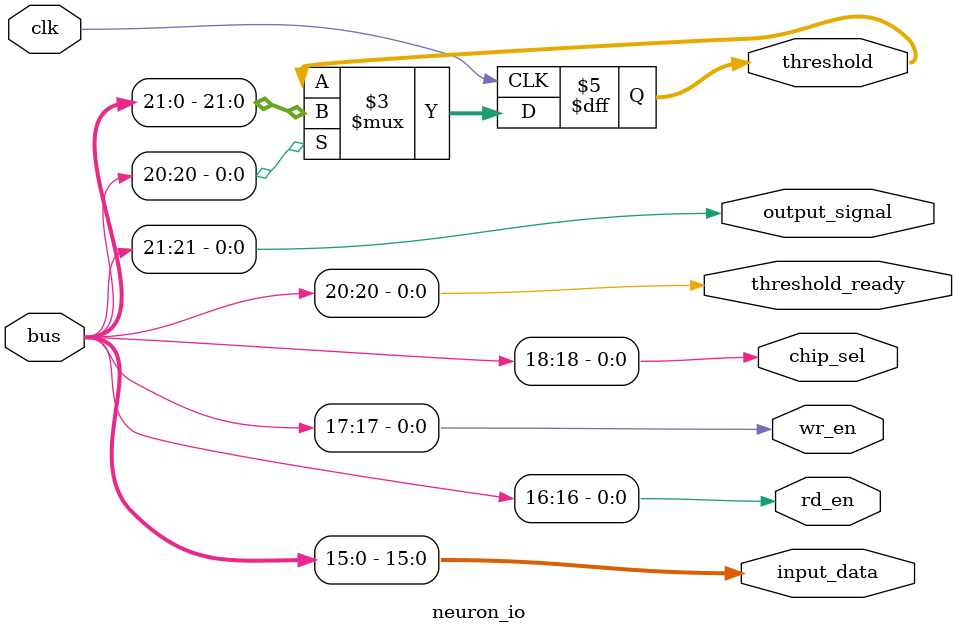
<source format=sv>
module neuron_io (
	input  logic [31:0] bus,            // 32-bit shared bus
	input  logic        clk,            // Clock signal
	output logic        output_signal,  // 1-bit output signal
	output logic [15:0] input_data,     // 16-bit input data
	output logic        rd_en,          // Read enable
	output logic        wr_en,          // Write enable
	output logic        chip_sel,       // Chip select
	output logic 		threshold_ready,// threshold enable
	output logic [21:0] threshold       // 22-bit threshold
);

	// Decode the bus signals for normal operation
	assign input_data    	= bus[15:0];   // Input data (bits 0-15)
	assign rd_en         	= bus[16];     // Read enable (bit 16)
	assign wr_en         	= bus[17];     // Write enable (bit 17)
	assign chip_sel      	= bus[18];     // Chip select (bit 18)
	assign threshold_ready 	= bus[20];     // Threshold enable (bit 20)
	assign output_signal 	= bus[21];     // Output signal (bit 21)

	// Allow the user to freely write the threshold via bus[21:0]
	always_ff @(posedge clk) begin
		if (threshold_ready == 1'b1) begin
		threshold <= bus[21:0]; // User writes threshold directly to bits 0-21
		end
	end
endmodule

</source>
